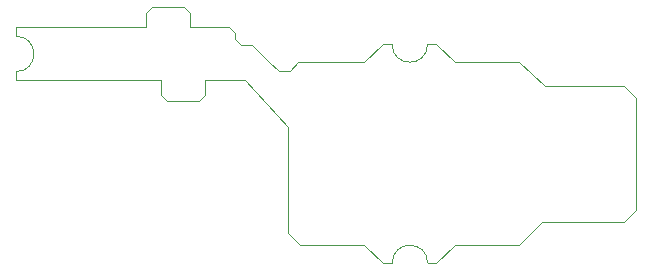
<source format=gbr>
%TF.GenerationSoftware,KiCad,Pcbnew,(6.0.1)*%
%TF.CreationDate,2022-02-21T19:23:02-07:00*%
%TF.ProjectId,MShaw_4gbNandExtensionQSB_V2,4d536861-775f-4346-9762-4e616e644578,rev?*%
%TF.SameCoordinates,Original*%
%TF.FileFunction,Profile,NP*%
%FSLAX46Y46*%
G04 Gerber Fmt 4.6, Leading zero omitted, Abs format (unit mm)*
G04 Created by KiCad (PCBNEW (6.0.1)) date 2022-02-21 19:23:02*
%MOMM*%
%LPD*%
G01*
G04 APERTURE LIST*
%TA.AperFunction,Profile*%
%ADD10C,0.100000*%
%TD*%
G04 APERTURE END LIST*
D10*
X101060000Y-62380000D02*
X102510000Y-63830000D01*
X81060000Y-61630000D02*
X81060000Y-60880000D01*
X96560000Y-67130000D02*
X93810000Y-67130000D01*
X95810000Y-60880000D02*
X98560000Y-60880000D01*
X125800000Y-65880000D02*
X132560000Y-65880000D01*
X95810000Y-59630000D02*
X95310000Y-59130000D01*
X81060000Y-60880000D02*
X84310000Y-60880000D01*
X132560000Y-65880000D02*
X133560000Y-66880000D01*
X92060000Y-60880000D02*
X92060000Y-59630000D01*
X104060000Y-78330000D02*
X105060000Y-79330000D01*
X95810000Y-59630000D02*
X95810000Y-60880000D01*
X112140000Y-62330000D02*
X110530000Y-63830000D01*
X123600000Y-79330000D02*
X125600000Y-77380000D01*
X100060000Y-62380000D02*
X101060000Y-62380000D01*
X112890000Y-62330000D02*
G75*
G03*
X115890000Y-62330000I1500000J0D01*
G01*
X112890000Y-62330000D02*
X112140000Y-62330000D01*
X105060000Y-79330000D02*
X110540000Y-79330000D01*
X115900000Y-80830000D02*
X116650000Y-80830000D01*
X131060000Y-77380000D02*
X132560000Y-77380000D01*
X97060000Y-65380000D02*
X97060000Y-66630000D01*
X99560000Y-61380000D02*
X99560000Y-61880000D01*
X99560000Y-61880000D02*
X99560000Y-61880000D01*
X133560000Y-66880000D02*
X133560000Y-76380000D01*
X104960000Y-63830000D02*
X104210000Y-64580000D01*
X81060000Y-65380000D02*
X84310000Y-65380000D01*
X92060000Y-60880000D02*
X84310000Y-60880000D01*
X118260000Y-79330000D02*
X123600000Y-79330000D01*
X104060000Y-69330000D02*
X104060000Y-69630000D01*
X112900000Y-80830000D02*
X112150000Y-80830000D01*
X81060000Y-64630000D02*
X81060000Y-65380000D01*
X84310000Y-65380000D02*
X93310000Y-65380000D01*
X103290000Y-64580000D02*
X104210000Y-64580000D01*
X118250000Y-63830000D02*
X116640000Y-62330000D01*
X125800000Y-65880000D02*
X123600000Y-63830000D01*
X93310000Y-66630000D02*
X93810000Y-67130000D01*
X92060000Y-59630000D02*
X92560000Y-59130000D01*
X98560000Y-60880000D02*
X99060000Y-60880000D01*
X97060000Y-66630000D02*
X96560000Y-67130000D01*
X132560000Y-77380000D02*
X133560000Y-76380000D01*
X104060000Y-76830000D02*
X104060000Y-69630000D01*
X92560000Y-59130000D02*
X95310000Y-59130000D01*
X97060000Y-65380000D02*
X100410000Y-65380000D01*
X104060000Y-76830000D02*
X104060000Y-78330000D01*
X110540000Y-79330000D02*
X112150000Y-80830000D01*
X81060000Y-64630000D02*
G75*
G03*
X81060000Y-61630000I0J1500000D01*
G01*
X99060000Y-60880000D02*
X99560000Y-61380000D01*
X115900000Y-80830000D02*
G75*
G03*
X112900000Y-80830000I-1500000J0D01*
G01*
X93310000Y-66630000D02*
X93310000Y-65380000D01*
X125600000Y-77380000D02*
X131060000Y-77380000D01*
X100410000Y-65380000D02*
X104060000Y-69330000D01*
X110530000Y-63830000D02*
X104960000Y-63830000D01*
X99560000Y-61880000D02*
X100060000Y-62380000D01*
X118250000Y-63830000D02*
X123600000Y-63830000D01*
X116650000Y-80830000D02*
X118260000Y-79330000D01*
X103290000Y-64580000D02*
X102510000Y-63830000D01*
X115890000Y-62330000D02*
X116640000Y-62330000D01*
M02*

</source>
